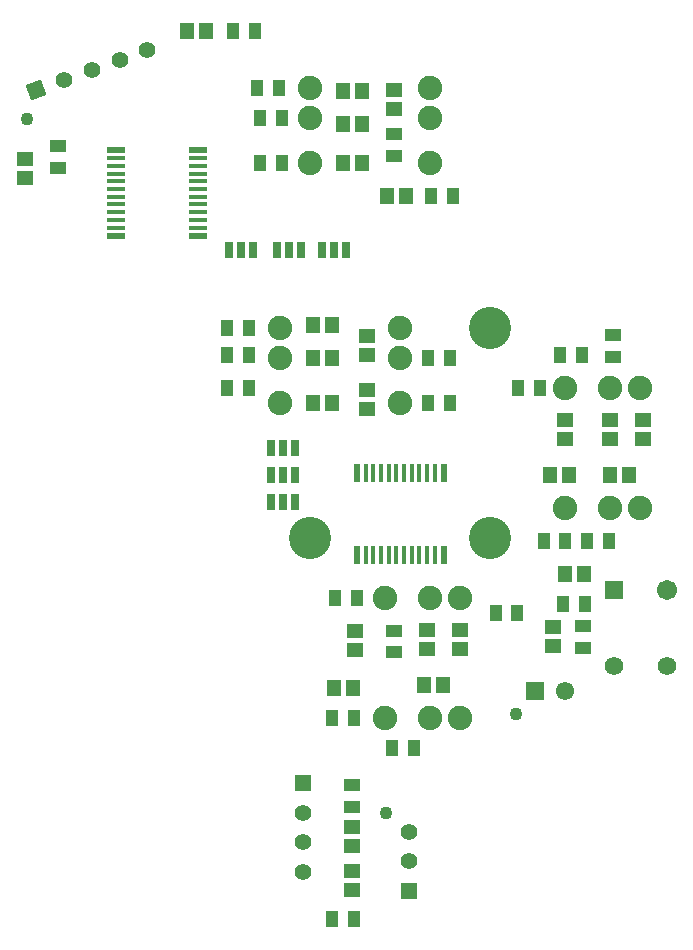
<source format=gbr>
%FSTAX23Y23*%
%MOMM*%
%SFA1B1*%

%IPPOS*%
%AMD23*
4,1,4,0.894080,-0.416560,0.416560,0.894080,-0.894080,0.416560,-0.416560,-0.894080,0.894080,-0.416560,0.0*
%
%ADD10R,0.599999X1.599997*%
%ADD11R,0.399999X1.599997*%
%ADD13R,1.599997X0.599999*%
%ADD14R,1.599997X0.399999*%
%ADD15R,1.456197X1.304637*%
%ADD17R,1.304637X1.456197*%
%ADD21C,1.099998*%
%ADD22C,1.399997*%
G04~CAMADD=23~10~0.0~551.2~0.0~0.0~0.0~0.0~0~0.0~0.0~0.0~0.0~0~0.0~0.0~0.0~0.0~0~0.0~0.0~0.0~290.0~551.2~0.0*
%ADD23D23*%
%ADD24R,1.399997X1.399997*%
%ADD28C,1.549997*%
%ADD29R,1.549997X1.549997*%
%ADD34R,0.710999X1.345997*%
%ADD35R,1.075998X1.425997*%
%ADD36R,1.425997X1.075998*%
%ADD37C,2.075996*%
%ADD38C,3.575993*%
%ADD39R,1.575997X1.575997*%
%ADD40C,1.575997*%
%ADD41C,1.703197*%
%LNthrottlerlidpcb_soldermask_top-1*%
%LPD*%
G54D10*
X-23994Y06151D03*
X-16644D03*
Y13151D03*
X-23994D03*
G54D11*
X-23244Y06151D03*
X-22594D03*
X-21944D03*
X-21294D03*
X-20644D03*
X-19994D03*
X-19344D03*
X-18694D03*
X-18044D03*
X-17394D03*
Y13151D03*
X-18044D03*
X-18694D03*
X-19344D03*
X-19994D03*
X-20644D03*
X-21294D03*
X-21944D03*
X-22594D03*
X-23244D03*
G54D13*
X-44393Y33154D03*
Y40504D03*
X-37393D03*
Y33154D03*
G54D14*
X-44393Y33904D03*
Y34554D03*
Y35204D03*
Y35854D03*
Y36504D03*
Y37154D03*
Y37804D03*
Y38454D03*
Y39104D03*
Y39754D03*
X-37393D03*
Y39104D03*
Y38454D03*
Y37804D03*
Y37154D03*
Y36504D03*
Y35854D03*
Y35204D03*
Y34554D03*
Y33904D03*
G54D15*
X-2413Y-01865D03*
Y-00254D03*
X00254Y15958D03*
Y17569D03*
X-0254Y15958D03*
Y17569D03*
X-0635Y15958D03*
Y17569D03*
X-18034Y-01821D03*
Y-0021D03*
X-1524Y-01821D03*
Y-0021D03*
X-24384Y-20574D03*
Y-22185D03*
X-20828Y45509D03*
Y43898D03*
X-24384Y-18498D03*
Y-16886D03*
X-5207Y38056D03*
Y39667D03*
X-07366Y00043D03*
Y-01567D03*
X-23114Y20109D03*
Y18498D03*
Y24681D03*
Y2307D03*
G54D17*
X-07663Y12954D03*
X-06052D03*
X-00972D03*
X-02583D03*
X-23578Y3937D03*
X-25189D03*
X-25951Y-0508D03*
X-2434D03*
X-23578Y42672D03*
X-25189D03*
X-1672Y-04826D03*
X-18331D03*
X-23578Y45466D03*
X-25189D03*
X-38354Y50546D03*
X-36742D03*
X-21423Y36576D03*
X-19812D03*
X-26074Y1905D03*
X-27686D03*
X-04782Y04572D03*
X-06393D03*
X-26118Y2286D03*
X-27729D03*
X-26118Y25654D03*
X-27729D03*
G54D21*
X-51925Y43092D03*
X-21557Y-15671D03*
X-10469Y-07316D03*
G54D22*
X-41709Y48939D03*
X-44058Y48084D03*
X-46407Y47229D03*
X-48756Y46374D03*
X-19558Y-19771D03*
Y-17272D03*
X-28557Y-15653D03*
Y-18153D03*
Y-20653D03*
G54D23*
X-51106Y45519D03*
G54D24*
X-19558Y-22271D03*
X-28557Y-13153D03*
G54D28*
X-06369Y-05316D03*
G54D29*
X-08869Y-05316D03*
G54D34*
X-2921Y1524D03*
X-30226D03*
X-31242D03*
X-2921Y12954D03*
X-30226D03*
X-31242D03*
X-2921Y10668D03*
X-30226D03*
X-31242D03*
X-32766Y32004D03*
X-33782D03*
X-34798D03*
X-28702D03*
X-29718D03*
X-30734D03*
X-24892D03*
X-25908D03*
X-26924D03*
G54D35*
X-25791Y0254D03*
X-23991D03*
X-08149Y07366D03*
X-0635D03*
X-04455D03*
X-02655D03*
X-06741Y23114D03*
X-04941D03*
X-10297Y2032D03*
X-08497D03*
X-10391Y0127D03*
X-12192D03*
X-32141Y3937D03*
X-30341D03*
X-26045Y-0762D03*
X-24245D03*
X-32141Y4318D03*
X-30341D03*
X-20965Y-1016D03*
X-19165D03*
X-32395Y4572D03*
X-30595D03*
X-32627Y50546D03*
X-34427D03*
X-15863Y36576D03*
X-17663D03*
X-26045Y-24638D03*
X-24245D03*
X-34935Y2032D03*
X-33135D03*
X-04687Y02032D03*
X-06487D03*
X-34935Y23114D03*
X-33135D03*
X-34935Y254D03*
X-33135D03*
X-16117Y1905D03*
X-17917D03*
X-16117Y2286D03*
X-17917D03*
G54D36*
X-20828Y-02032D03*
Y-00231D03*
X-02286Y24775D03*
Y22975D03*
X-20828Y39993D03*
Y41793D03*
X-24384Y-13323D03*
Y-15123D03*
X-49276Y38977D03*
Y40777D03*
X-04826Y00137D03*
Y-01661D03*
G54D37*
X-2794Y4572D03*
Y4318D03*
X-1778Y3937D03*
Y4318D03*
Y4572D03*
X-2794Y3937D03*
X-3048Y254D03*
Y2286D03*
X-2032Y1905D03*
Y2286D03*
Y254D03*
X-3048Y1905D03*
X-0635Y2032D03*
X0Y1016D03*
X-0254D03*
X-0635D03*
X-0254Y2032D03*
X0D03*
X-2159Y0254D03*
X-1524Y-0762D03*
X-1778D03*
X-2159D03*
X-1778Y0254D03*
X-1524D03*
G54D38*
X-2794Y0762D03*
X-127D03*
Y254D03*
G54D39*
X-02249Y03249D03*
G54D40*
X-02249Y-03249D03*
X02249D03*
G54D41*
X02249Y03249D03*
M02*
</source>
